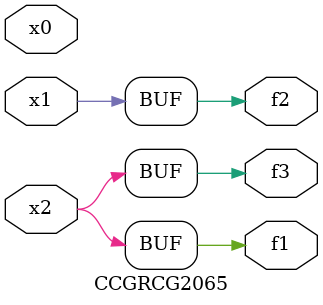
<source format=v>
module CCGRCG2065(
	input x0, x1, x2,
	output f1, f2, f3
);
	assign f1 = x2;
	assign f2 = x1;
	assign f3 = x2;
endmodule

</source>
